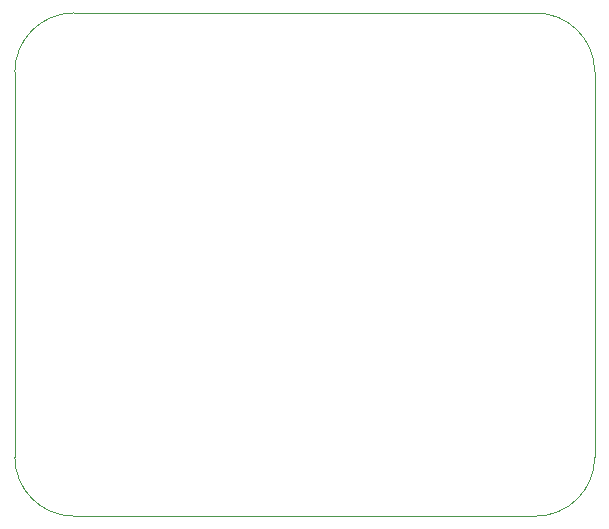
<source format=gbr>
%TF.GenerationSoftware,KiCad,Pcbnew,9.99.0-578-g4ef0d3554e*%
%TF.CreationDate,2025-04-09T17:12:27-04:00*%
%TF.ProjectId,APC,4150432e-6b69-4636-9164-5f7063625858,rev?*%
%TF.SameCoordinates,Original*%
%TF.FileFunction,Profile,NP*%
%FSLAX46Y46*%
G04 Gerber Fmt 4.6, Leading zero omitted, Abs format (unit mm)*
G04 Created by KiCad (PCBNEW 9.99.0-578-g4ef0d3554e) date 2025-04-09 17:12:27*
%MOMM*%
%LPD*%
G01*
G04 APERTURE LIST*
%TA.AperFunction,Profile*%
%ADD10C,0.050000*%
%TD*%
G04 APERTURE END LIST*
D10*
X108500000Y-107600000D02*
G75*
G02*
X103500000Y-102600000I0J5000000D01*
G01*
X152600000Y-102600000D02*
G75*
G02*
X147600000Y-107600000I-5000000J0D01*
G01*
X103500000Y-70000000D02*
G75*
G02*
X108500000Y-65000000I5000000J0D01*
G01*
X147600000Y-65000000D02*
G75*
G02*
X152600000Y-70000000I0J-5000000D01*
G01*
X103500000Y-102600000D02*
X103500000Y-70000000D01*
X147600000Y-107600000D02*
X108500000Y-107600000D01*
X152600000Y-70000000D02*
X152600000Y-102600000D01*
X108500000Y-65000000D02*
X147600000Y-65000000D01*
M02*

</source>
